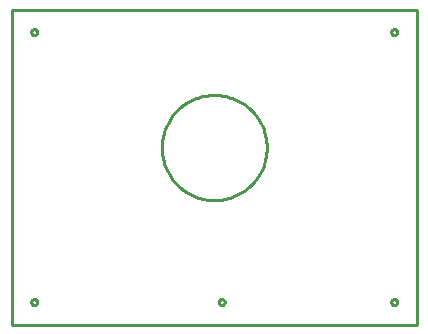
<source format=gbr>
G04 EAGLE Gerber RS-274X export*
G75*
%MOMM*%
%FSLAX34Y34*%
%LPD*%
%IN*%
%IPPOS*%
%AMOC8*
5,1,8,0,0,1.08239X$1,22.5*%
G01*
%ADD10C,0.254000*%


D10*
X6350Y0D02*
X349248Y0D01*
X349252Y266727D01*
X6350Y266727D01*
X6350Y0D01*
X222250Y148941D02*
X222174Y147105D01*
X222022Y145274D01*
X221795Y143450D01*
X221493Y141637D01*
X221115Y139839D01*
X220664Y138057D01*
X220140Y136296D01*
X219543Y134558D01*
X218875Y132846D01*
X218137Y131163D01*
X217330Y129512D01*
X216455Y127896D01*
X215515Y126317D01*
X214510Y124779D01*
X213442Y123283D01*
X212313Y121833D01*
X211125Y120431D01*
X209881Y119079D01*
X208581Y117779D01*
X207229Y116535D01*
X205827Y115347D01*
X204377Y114218D01*
X202881Y113151D01*
X201343Y112145D01*
X199764Y111205D01*
X198148Y110330D01*
X196497Y109523D01*
X194814Y108785D01*
X193102Y108117D01*
X191364Y107520D01*
X189603Y106996D01*
X187821Y106545D01*
X186023Y106167D01*
X184210Y105865D01*
X182386Y105638D01*
X180555Y105486D01*
X178719Y105410D01*
X176881Y105410D01*
X175045Y105486D01*
X173214Y105638D01*
X171390Y105865D01*
X169577Y106167D01*
X167779Y106545D01*
X165997Y106996D01*
X164236Y107520D01*
X162498Y108117D01*
X160786Y108785D01*
X159103Y109523D01*
X157452Y110330D01*
X155836Y111205D01*
X154257Y112145D01*
X152719Y113151D01*
X151223Y114218D01*
X149773Y115347D01*
X148371Y116535D01*
X147019Y117779D01*
X145719Y119079D01*
X144475Y120431D01*
X143287Y121833D01*
X142158Y123283D01*
X141091Y124779D01*
X140085Y126317D01*
X139145Y127896D01*
X138270Y129512D01*
X137463Y131163D01*
X136725Y132846D01*
X136057Y134558D01*
X135460Y136296D01*
X134936Y138057D01*
X134485Y139839D01*
X134107Y141637D01*
X133805Y143450D01*
X133578Y145274D01*
X133426Y147105D01*
X133350Y148941D01*
X133350Y150779D01*
X133426Y152615D01*
X133578Y154446D01*
X133805Y156270D01*
X134107Y158083D01*
X134485Y159881D01*
X134936Y161663D01*
X135460Y163424D01*
X136057Y165162D01*
X136725Y166874D01*
X137463Y168557D01*
X138270Y170208D01*
X139145Y171824D01*
X140085Y173403D01*
X141091Y174941D01*
X142158Y176437D01*
X143287Y177887D01*
X144475Y179289D01*
X145719Y180641D01*
X147019Y181941D01*
X148371Y183185D01*
X149773Y184373D01*
X151223Y185502D01*
X152719Y186570D01*
X154257Y187575D01*
X155836Y188515D01*
X157452Y189390D01*
X159103Y190197D01*
X160786Y190935D01*
X162498Y191603D01*
X164236Y192200D01*
X165997Y192724D01*
X167779Y193175D01*
X169577Y193553D01*
X171390Y193855D01*
X173214Y194082D01*
X175045Y194234D01*
X176881Y194310D01*
X178719Y194310D01*
X180555Y194234D01*
X182386Y194082D01*
X184210Y193855D01*
X186023Y193553D01*
X187821Y193175D01*
X189603Y192724D01*
X191364Y192200D01*
X193102Y191603D01*
X194814Y190935D01*
X196497Y190197D01*
X198148Y189390D01*
X199764Y188515D01*
X201343Y187575D01*
X202881Y186570D01*
X204377Y185502D01*
X205827Y184373D01*
X207229Y183185D01*
X208581Y181941D01*
X209881Y180641D01*
X211125Y179289D01*
X212313Y177887D01*
X213442Y176437D01*
X214510Y174941D01*
X215515Y173403D01*
X216455Y171824D01*
X217330Y170208D01*
X218137Y168557D01*
X218875Y166874D01*
X219543Y165162D01*
X220140Y163424D01*
X220664Y161663D01*
X221115Y159881D01*
X221493Y158083D01*
X221795Y156270D01*
X222022Y154446D01*
X222174Y152615D01*
X222250Y150779D01*
X222250Y148941D01*
X27900Y18853D02*
X27838Y18465D01*
X27717Y18090D01*
X27538Y17740D01*
X27307Y17421D01*
X27029Y17143D01*
X26710Y16912D01*
X26360Y16733D01*
X25985Y16612D01*
X25597Y16550D01*
X25203Y16550D01*
X24815Y16612D01*
X24440Y16733D01*
X24090Y16912D01*
X23771Y17143D01*
X23493Y17421D01*
X23262Y17740D01*
X23083Y18090D01*
X22962Y18465D01*
X22900Y18853D01*
X22900Y19247D01*
X22962Y19635D01*
X23083Y20010D01*
X23262Y20360D01*
X23493Y20679D01*
X23771Y20957D01*
X24090Y21188D01*
X24440Y21367D01*
X24815Y21488D01*
X25203Y21550D01*
X25597Y21550D01*
X25985Y21488D01*
X26360Y21367D01*
X26710Y21188D01*
X27029Y20957D01*
X27307Y20679D01*
X27538Y20360D01*
X27717Y20010D01*
X27838Y19635D01*
X27900Y19247D01*
X27900Y18853D01*
X186650Y18853D02*
X186588Y18465D01*
X186467Y18090D01*
X186288Y17740D01*
X186057Y17421D01*
X185779Y17143D01*
X185460Y16912D01*
X185110Y16733D01*
X184735Y16612D01*
X184347Y16550D01*
X183953Y16550D01*
X183565Y16612D01*
X183190Y16733D01*
X182840Y16912D01*
X182521Y17143D01*
X182243Y17421D01*
X182012Y17740D01*
X181833Y18090D01*
X181712Y18465D01*
X181650Y18853D01*
X181650Y19247D01*
X181712Y19635D01*
X181833Y20010D01*
X182012Y20360D01*
X182243Y20679D01*
X182521Y20957D01*
X182840Y21188D01*
X183190Y21367D01*
X183565Y21488D01*
X183953Y21550D01*
X184347Y21550D01*
X184735Y21488D01*
X185110Y21367D01*
X185460Y21188D01*
X185779Y20957D01*
X186057Y20679D01*
X186288Y20360D01*
X186467Y20010D01*
X186588Y19635D01*
X186650Y19247D01*
X186650Y18853D01*
X27900Y247453D02*
X27838Y247065D01*
X27717Y246690D01*
X27538Y246340D01*
X27307Y246021D01*
X27029Y245743D01*
X26710Y245512D01*
X26360Y245333D01*
X25985Y245212D01*
X25597Y245150D01*
X25203Y245150D01*
X24815Y245212D01*
X24440Y245333D01*
X24090Y245512D01*
X23771Y245743D01*
X23493Y246021D01*
X23262Y246340D01*
X23083Y246690D01*
X22962Y247065D01*
X22900Y247453D01*
X22900Y247847D01*
X22962Y248235D01*
X23083Y248610D01*
X23262Y248960D01*
X23493Y249279D01*
X23771Y249557D01*
X24090Y249788D01*
X24440Y249967D01*
X24815Y250088D01*
X25203Y250150D01*
X25597Y250150D01*
X25985Y250088D01*
X26360Y249967D01*
X26710Y249788D01*
X27029Y249557D01*
X27307Y249279D01*
X27538Y248960D01*
X27717Y248610D01*
X27838Y248235D01*
X27900Y247847D01*
X27900Y247453D01*
X332700Y247453D02*
X332638Y247065D01*
X332517Y246690D01*
X332338Y246340D01*
X332107Y246021D01*
X331829Y245743D01*
X331510Y245512D01*
X331160Y245333D01*
X330785Y245212D01*
X330397Y245150D01*
X330003Y245150D01*
X329615Y245212D01*
X329240Y245333D01*
X328890Y245512D01*
X328571Y245743D01*
X328293Y246021D01*
X328062Y246340D01*
X327883Y246690D01*
X327762Y247065D01*
X327700Y247453D01*
X327700Y247847D01*
X327762Y248235D01*
X327883Y248610D01*
X328062Y248960D01*
X328293Y249279D01*
X328571Y249557D01*
X328890Y249788D01*
X329240Y249967D01*
X329615Y250088D01*
X330003Y250150D01*
X330397Y250150D01*
X330785Y250088D01*
X331160Y249967D01*
X331510Y249788D01*
X331829Y249557D01*
X332107Y249279D01*
X332338Y248960D01*
X332517Y248610D01*
X332638Y248235D01*
X332700Y247847D01*
X332700Y247453D01*
X332700Y18853D02*
X332638Y18465D01*
X332517Y18090D01*
X332338Y17740D01*
X332107Y17421D01*
X331829Y17143D01*
X331510Y16912D01*
X331160Y16733D01*
X330785Y16612D01*
X330397Y16550D01*
X330003Y16550D01*
X329615Y16612D01*
X329240Y16733D01*
X328890Y16912D01*
X328571Y17143D01*
X328293Y17421D01*
X328062Y17740D01*
X327883Y18090D01*
X327762Y18465D01*
X327700Y18853D01*
X327700Y19247D01*
X327762Y19635D01*
X327883Y20010D01*
X328062Y20360D01*
X328293Y20679D01*
X328571Y20957D01*
X328890Y21188D01*
X329240Y21367D01*
X329615Y21488D01*
X330003Y21550D01*
X330397Y21550D01*
X330785Y21488D01*
X331160Y21367D01*
X331510Y21188D01*
X331829Y20957D01*
X332107Y20679D01*
X332338Y20360D01*
X332517Y20010D01*
X332638Y19635D01*
X332700Y19247D01*
X332700Y18853D01*
M02*

</source>
